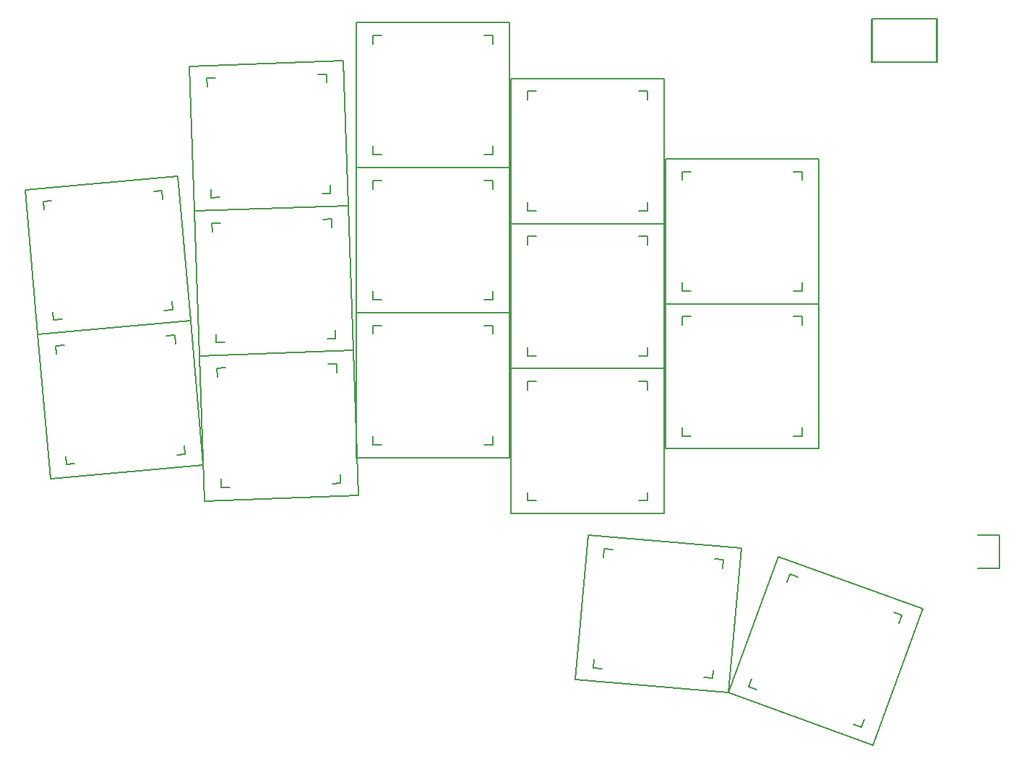
<source format=gbr>
%TF.GenerationSoftware,KiCad,Pcbnew,(6.0.4)*%
%TF.CreationDate,2022-06-21T01:29:20+02:00*%
%TF.ProjectId,battoota,62617474-6f6f-4746-912e-6b696361645f,v1.0.0*%
%TF.SameCoordinates,Original*%
%TF.FileFunction,OtherDrawing,Comment*%
%FSLAX46Y46*%
G04 Gerber Fmt 4.6, Leading zero omitted, Abs format (unit mm)*
G04 Created by KiCad (PCBNEW (6.0.4)) date 2022-06-21 01:29:20*
%MOMM*%
%LPD*%
G01*
G04 APERTURE LIST*
%ADD10C,0.150000*%
G04 APERTURE END LIST*
D10*
%TO.C,T1*%
X162854000Y57740000D02*
X160354000Y57740000D01*
X160354000Y61640000D02*
X162854000Y61640000D01*
X162854000Y61640000D02*
X162854000Y57740000D01*
%TO.C,S11*%
X84475058Y102706398D02*
X84509957Y101707008D01*
X84021364Y115698479D02*
X84056264Y114699088D01*
X83510566Y101672108D02*
X84509957Y101707008D01*
X84021364Y115698479D02*
X83021973Y115663580D01*
X70518486Y101218415D02*
X71517877Y101253314D01*
X71029284Y115244784D02*
X70029893Y115209885D01*
X86561088Y100277720D02*
X68572053Y99649530D01*
X68572054Y99649529D02*
X67978762Y116639173D01*
X84021363Y115698479D02*
X84056264Y114699087D01*
X84021363Y115698479D02*
X83021974Y115663579D01*
X70518487Y101218414D02*
X70483586Y102217806D01*
X70064792Y114210495D02*
X70029893Y115209886D01*
X85967797Y117267364D02*
X86561088Y100277720D01*
X67978762Y116639173D02*
X85967796Y117267364D01*
X85967796Y117267364D02*
X86561088Y100277720D01*
X70518487Y101218414D02*
X71517877Y101253313D01*
X71029284Y115244786D02*
X70029893Y115209886D01*
X83510566Y101672108D02*
X84509957Y101707008D01*
X70518486Y101218415D02*
X70483586Y102217806D01*
X70064792Y114210494D02*
X70029893Y115209885D01*
X86561088Y100277720D02*
X68572054Y99649529D01*
X68572053Y99649530D02*
X67978762Y116639174D01*
X84475058Y102706399D02*
X84509957Y101707008D01*
X67978762Y116639174D02*
X85967797Y117267364D01*
%TO.C,S15*%
X103495816Y103246989D02*
X102495817Y103246988D01*
X105495816Y104746989D02*
X105495817Y87746989D01*
X87495817Y87746989D02*
X87495817Y104746989D01*
X105495817Y87746989D02*
X87495817Y87746989D01*
X103495817Y90246988D02*
X103495817Y89246989D01*
X89495818Y89246988D02*
X90495817Y89246988D01*
X89495818Y89246988D02*
X89495817Y90246989D01*
X102495817Y89246989D02*
X103495817Y89246989D01*
X89495817Y102246988D02*
X89495817Y103246988D01*
X87495817Y104746988D02*
X105495816Y104746989D01*
X87495818Y87746988D02*
X87495817Y104746988D01*
X89495817Y89246989D02*
X90495817Y89246989D01*
X90495817Y103246989D02*
X89495817Y103246989D01*
X89495817Y89246989D02*
X89495817Y90246989D01*
X89495817Y102246989D02*
X89495817Y103246989D01*
X103495817Y103246989D02*
X102495817Y103246989D01*
X105495817Y104746989D02*
X105495817Y87746989D01*
X103495817Y103246989D02*
X103495817Y102246989D01*
X103495817Y90246989D02*
X103495817Y89246989D01*
X87495817Y104746989D02*
X105495817Y104746989D01*
X90495817Y103246987D02*
X89495817Y103246988D01*
X102495817Y89246989D02*
X103495817Y89246989D01*
X105495817Y87746989D02*
X87495818Y87746988D01*
X103495816Y103246989D02*
X103495817Y102246988D01*
%TO.C,S21*%
X121611087Y83686017D02*
X121611087Y82686017D01*
X105611088Y81186016D02*
X105611087Y98186016D01*
X105611087Y81186017D02*
X105611087Y98186017D01*
X108611087Y96686017D02*
X107611087Y96686017D01*
X121611087Y96686017D02*
X120611087Y96686017D01*
X107611087Y82686017D02*
X107611087Y83686017D01*
X105611087Y98186016D02*
X123611086Y98186017D01*
X107611087Y95686016D02*
X107611087Y96686016D01*
X121611086Y96686017D02*
X121611087Y95686016D01*
X107611088Y82686016D02*
X107611087Y83686017D01*
X121611087Y83686016D02*
X121611087Y82686017D01*
X123611087Y81186017D02*
X105611087Y81186017D01*
X107611088Y82686016D02*
X108611087Y82686016D01*
X123611087Y81186017D02*
X105611088Y81186016D01*
X105611087Y98186017D02*
X123611087Y98186017D01*
X107611087Y95686017D02*
X107611087Y96686017D01*
X121611086Y96686017D02*
X120611087Y96686016D01*
X123611087Y98186017D02*
X123611087Y81186017D01*
X120611087Y82686017D02*
X121611087Y82686017D01*
X120611087Y82686017D02*
X121611087Y82686017D01*
X121611087Y96686017D02*
X121611087Y95686017D01*
X108611087Y96686015D02*
X107611087Y96686016D01*
X123611086Y98186017D02*
X123611087Y81186017D01*
X107611087Y82686017D02*
X108611087Y82686017D01*
%TO.C,S29*%
X125718281Y90278851D02*
X126718280Y90278851D01*
X138718280Y90278852D02*
X139718280Y90278852D01*
X123718280Y88778852D02*
X123718280Y105778852D01*
X126718280Y104278850D02*
X125718280Y104278851D01*
X139718280Y91278851D02*
X139718280Y90278852D01*
X141718280Y105778852D02*
X141718280Y88778852D01*
X141718279Y105778852D02*
X141718280Y88778852D01*
X138718280Y90278852D02*
X139718280Y90278852D01*
X139718280Y91278852D02*
X139718280Y90278852D01*
X139718280Y104278852D02*
X139718280Y103278852D01*
X125718280Y90278852D02*
X126718280Y90278852D01*
X139718279Y104278852D02*
X139718280Y103278851D01*
X139718280Y104278852D02*
X138718280Y104278852D01*
X125718280Y103278851D02*
X125718280Y104278851D01*
X141718280Y88778852D02*
X123718281Y88778851D01*
X125718280Y90278852D02*
X125718280Y91278852D01*
X139718279Y104278852D02*
X138718280Y104278851D01*
X123718280Y105778852D02*
X141718280Y105778852D01*
X123718280Y105778851D02*
X141718279Y105778852D01*
X125718281Y90278851D02*
X125718280Y91278852D01*
X125718280Y103278852D02*
X125718280Y104278852D01*
X141718280Y88778852D02*
X123718280Y88778852D01*
X123718281Y88778851D02*
X123718280Y105778851D01*
X126718280Y104278852D02*
X125718280Y104278852D01*
%TO.C,S33*%
X145743368Y39458762D02*
X146683060Y39116742D01*
X133527364Y43905024D02*
X133869384Y44844716D01*
X137973626Y56121028D02*
X138315646Y57060720D01*
X139255338Y56718700D02*
X138315646Y57060720D01*
X131134949Y43179524D02*
X136949290Y59154299D01*
X137973625Y56121027D02*
X138315645Y57060719D01*
X133527364Y43905022D02*
X133869384Y44844716D01*
X145743368Y39458762D02*
X146683060Y39116742D01*
X133527364Y43905022D02*
X134467056Y43563003D01*
X147025080Y40056434D02*
X146683060Y39116742D01*
X136949291Y59154300D02*
X153863758Y52997937D01*
X151471341Y52272439D02*
X151129322Y51332745D01*
X151471342Y52272438D02*
X151129322Y51332746D01*
X151471341Y52272439D02*
X150531649Y52614458D01*
X147025080Y40056433D02*
X146683060Y39116742D01*
X148049415Y37023162D02*
X131134949Y43179524D01*
X139255338Y56718698D02*
X138315645Y57060719D01*
X153863758Y52997937D02*
X148049415Y37023162D01*
X153863757Y52997937D02*
X148049415Y37023162D01*
X151471342Y52272438D02*
X150531650Y52614458D01*
X148049415Y37023162D02*
X131134948Y43179525D01*
X131134948Y43179525D02*
X136949291Y59154300D01*
X133527364Y43905024D02*
X134467056Y43563004D01*
X136949290Y59154299D02*
X153863757Y52997937D01*
%TO.C,S7*%
X71705071Y67239126D02*
X72704461Y67274025D01*
X71705070Y67239127D02*
X72704461Y67274026D01*
X85207947Y81719191D02*
X84208558Y81684291D01*
X87747672Y66298432D02*
X69758638Y65670241D01*
X87154381Y83288076D02*
X87747672Y66298432D01*
X85207948Y81719191D02*
X84208557Y81684292D01*
X84697150Y67692820D02*
X85696541Y67727720D01*
X71705070Y67239127D02*
X71670170Y68238518D01*
X85207947Y81719191D02*
X85242848Y80719799D01*
X71251376Y80231207D02*
X71216477Y81230598D01*
X85661642Y68727111D02*
X85696541Y67727720D01*
X69758637Y65670242D02*
X69165346Y82659886D01*
X85661642Y68727110D02*
X85696541Y67727720D01*
X71705071Y67239126D02*
X71670170Y68238518D01*
X87154380Y83288076D02*
X87747672Y66298432D01*
X72215868Y81265496D02*
X71216477Y81230597D01*
X69758638Y65670241D02*
X69165346Y82659885D01*
X87747672Y66298432D02*
X69758637Y65670242D01*
X84697150Y67692820D02*
X85696541Y67727720D01*
X85207948Y81719191D02*
X85242848Y80719800D01*
X69165346Y82659886D02*
X87154381Y83288076D01*
X72215868Y81265498D02*
X71216477Y81230598D01*
X71251376Y80231206D02*
X71216477Y81230597D01*
X69165346Y82659885D02*
X87154380Y83288076D01*
%TO.C,T2*%
X162854000Y57740000D02*
X160354000Y57740000D01*
X162854000Y61640000D02*
X162854000Y57740000D01*
X160354000Y61640000D02*
X162854000Y61640000D01*
%TO.C,S5*%
X50195005Y85191297D02*
X48713356Y102126607D01*
X52056659Y86859902D02*
X51969504Y87856097D01*
X66644859Y103695412D02*
X68126508Y86760102D01*
X52056660Y86859901D02*
X53052854Y86947057D01*
X65007190Y87992927D02*
X66003385Y88080082D01*
X52056659Y86859902D02*
X53052854Y86947058D01*
X51832674Y100893783D02*
X50836479Y100806628D01*
X68126508Y86760102D02*
X50195005Y85191297D01*
X64783205Y102026808D02*
X63787010Y101939652D01*
X64783204Y102026808D02*
X63787010Y101939651D01*
X64783205Y102026808D02*
X64870360Y101030613D01*
X52056660Y86859901D02*
X51969504Y87856097D01*
X65916229Y89076277D02*
X66003385Y88080082D01*
X48713356Y102126608D02*
X66644860Y103695412D01*
X48713356Y102126607D02*
X66644859Y103695412D01*
X51832674Y100893781D02*
X50836479Y100806627D01*
X64783204Y102026808D02*
X64870361Y101030612D01*
X65916229Y89076276D02*
X66003385Y88080082D01*
X68126508Y86760102D02*
X50195004Y85191298D01*
X50923635Y99810433D02*
X50836479Y100806628D01*
X65007190Y87992927D02*
X66003385Y88080082D01*
X50923635Y99810432D02*
X50836479Y100806627D01*
X66644860Y103695412D02*
X68126508Y86760102D01*
X50195004Y85191298D02*
X48713356Y102126608D01*
%TO.C,S27*%
X123718280Y88778851D02*
X141718279Y88778852D01*
X139718280Y87278852D02*
X138718280Y87278852D01*
X139718280Y74278851D02*
X139718280Y73278852D01*
X139718279Y87278852D02*
X139718280Y86278851D01*
X123718280Y88778852D02*
X141718280Y88778852D01*
X138718280Y73278852D02*
X139718280Y73278852D01*
X125718280Y86278852D02*
X125718280Y87278852D01*
X125718281Y73278851D02*
X125718280Y74278852D01*
X125718281Y73278851D02*
X126718280Y73278851D01*
X126718280Y87278852D02*
X125718280Y87278852D01*
X141718280Y71778852D02*
X123718280Y71778852D01*
X139718280Y87278852D02*
X139718280Y86278852D01*
X141718280Y88778852D02*
X141718280Y71778852D01*
X125718280Y86278851D02*
X125718280Y87278851D01*
X123718281Y71778851D02*
X123718280Y88778851D01*
X139718280Y74278852D02*
X139718280Y73278852D01*
X141718279Y88778852D02*
X141718280Y71778852D01*
X125718280Y73278852D02*
X126718280Y73278852D01*
X141718280Y71778852D02*
X123718281Y71778851D01*
X125718280Y73278852D02*
X125718280Y74278852D01*
X138718280Y73278852D02*
X139718280Y73278852D01*
X139718279Y87278852D02*
X138718280Y87278851D01*
X123718280Y71778852D02*
X123718280Y88778852D01*
X126718280Y87278850D02*
X125718280Y87278851D01*
%TO.C,S9*%
X87154380Y83288076D02*
X69165345Y82659886D01*
X71111779Y84228770D02*
X71076878Y85228162D01*
X71622576Y98255140D02*
X70623185Y98220241D01*
X84614656Y98708835D02*
X84649556Y97709444D01*
X84614655Y98708835D02*
X84649556Y97709443D01*
X68572054Y99649530D02*
X86561089Y100277720D01*
X71111778Y84228771D02*
X71076878Y85228162D01*
X86561088Y100277720D02*
X87154380Y83288076D01*
X71111779Y84228770D02*
X72111169Y84263669D01*
X84103858Y84682464D02*
X85103249Y84717364D01*
X84614656Y98708835D02*
X83615265Y98673936D01*
X86561089Y100277720D02*
X87154380Y83288076D01*
X85068350Y85716755D02*
X85103249Y84717364D01*
X70658084Y97220850D02*
X70623185Y98220241D01*
X84103858Y84682464D02*
X85103249Y84717364D01*
X84614655Y98708835D02*
X83615266Y98673935D01*
X70658084Y97220851D02*
X70623185Y98220242D01*
X69165345Y82659886D02*
X68572054Y99649530D01*
X87154380Y83288076D02*
X69165346Y82659885D01*
X71111778Y84228771D02*
X72111169Y84263670D01*
X68572054Y99649529D02*
X86561088Y100277720D01*
X71622576Y98255142D02*
X70623185Y98220242D01*
X85068350Y85716754D02*
X85103249Y84717364D01*
X69165346Y82659885D02*
X68572054Y99649529D01*
%TO.C,S13*%
X87495817Y70746989D02*
X87495817Y87746989D01*
X87495818Y70746988D02*
X87495817Y87746988D01*
X103495816Y86246989D02*
X103495817Y85246988D01*
X89495817Y85246989D02*
X89495817Y86246989D01*
X105495817Y70746989D02*
X87495818Y70746988D01*
X90495817Y86246987D02*
X89495817Y86246988D01*
X102495817Y72246989D02*
X103495817Y72246989D01*
X105495816Y87746989D02*
X105495817Y70746989D01*
X89495817Y72246989D02*
X90495817Y72246989D01*
X89495817Y72246989D02*
X89495817Y73246989D01*
X105495817Y87746989D02*
X105495817Y70746989D01*
X89495818Y72246988D02*
X90495817Y72246988D01*
X103495816Y86246989D02*
X102495817Y86246988D01*
X102495817Y72246989D02*
X103495817Y72246989D01*
X89495817Y85246988D02*
X89495817Y86246988D01*
X103495817Y86246989D02*
X102495817Y86246989D01*
X105495817Y70746989D02*
X87495817Y70746989D01*
X103495817Y86246989D02*
X103495817Y85246989D01*
X103495817Y73246988D02*
X103495817Y72246989D01*
X87495817Y87746988D02*
X105495816Y87746989D01*
X87495817Y87746989D02*
X105495817Y87746989D01*
X89495818Y72246988D02*
X89495817Y73246989D01*
X90495817Y86246989D02*
X89495817Y86246989D01*
X103495817Y73246989D02*
X103495817Y72246989D01*
%TO.C,S17*%
X105495818Y104746989D02*
X87495819Y104746988D01*
X103495818Y107246988D02*
X103495818Y106246989D01*
X103495818Y120246989D02*
X103495818Y119246989D01*
X105495818Y121746989D02*
X105495818Y104746989D01*
X90495818Y120246987D02*
X89495818Y120246988D01*
X87495819Y104746988D02*
X87495818Y121746988D01*
X87495818Y121746989D02*
X105495818Y121746989D01*
X102495818Y106246989D02*
X103495818Y106246989D01*
X103495817Y120246989D02*
X103495818Y119246988D01*
X103495818Y120246989D02*
X102495818Y120246989D01*
X102495818Y106246989D02*
X103495818Y106246989D01*
X89495818Y106246989D02*
X89495818Y107246989D01*
X105495817Y121746989D02*
X105495818Y104746989D01*
X103495817Y120246989D02*
X102495818Y120246988D01*
X90495818Y120246989D02*
X89495818Y120246989D01*
X103495818Y107246989D02*
X103495818Y106246989D01*
X87495818Y121746988D02*
X105495817Y121746989D01*
X89495818Y119246988D02*
X89495818Y120246988D01*
X89495818Y106246989D02*
X90495818Y106246989D01*
X105495818Y104746989D02*
X87495818Y104746989D01*
X89495818Y119246989D02*
X89495818Y120246989D01*
X89495819Y106246988D02*
X89495818Y107246989D01*
X87495818Y104746989D02*
X87495818Y121746989D01*
X89495819Y106246988D02*
X90495818Y106246988D01*
%TO.C,S31*%
X129360448Y45844324D02*
X129273293Y44848129D01*
X115326568Y46068308D02*
X116322762Y45981153D01*
X114685091Y61683638D02*
X132616595Y60114835D01*
X130493473Y58794855D02*
X130406317Y57798660D01*
X130493472Y58794855D02*
X130406317Y57798659D01*
X113203445Y44748328D02*
X114685091Y61683638D01*
X130493472Y58794855D02*
X129497278Y58882009D01*
X130493473Y58794855D02*
X129497278Y58882010D01*
X132616596Y60114835D02*
X131134948Y43179525D01*
X128277098Y44935285D02*
X129273293Y44848129D01*
X128277098Y44935285D02*
X129273293Y44848129D01*
X132616595Y60114835D02*
X131134948Y43179525D01*
X115326567Y46068309D02*
X115413723Y47064504D01*
X115326568Y46068308D02*
X115413723Y47064504D01*
X113203444Y44748329D02*
X114685092Y61683639D01*
X117542942Y59927879D02*
X116546747Y60015035D01*
X115326567Y46068309D02*
X116322762Y45981154D01*
X129360448Y45844323D02*
X129273293Y44848129D01*
X117542942Y59927877D02*
X116546747Y60015034D01*
X114685092Y61683639D02*
X132616596Y60114835D01*
X131134948Y43179525D02*
X113203444Y44748329D01*
X116459591Y59018839D02*
X116546747Y60015034D01*
X131134948Y43179525D02*
X113203445Y44748328D01*
X116459592Y59018840D02*
X116546747Y60015035D01*
%TO.C,MCU1*%
X147955000Y117137254D02*
X147955000Y122217254D01*
X147916477Y117137254D02*
X147916477Y122217254D01*
X155536477Y117137254D02*
X147916477Y117137254D01*
X147955000Y122217254D02*
X155575000Y122217254D01*
X155575000Y122217254D02*
X155575000Y117137254D01*
X155575000Y117137254D02*
X147955000Y117137254D01*
X155536477Y122217254D02*
X155536477Y117137254D01*
%TO.C,S3*%
X53538306Y69924590D02*
X54534501Y70011746D01*
X66264852Y85091496D02*
X65268657Y85004340D01*
X69608155Y69824790D02*
X51676652Y68255985D01*
X68126506Y86760100D02*
X69608155Y69824790D01*
X53314321Y83958469D02*
X52318126Y83871315D01*
X66264852Y85091496D02*
X66352007Y84095301D01*
X50195003Y85191296D02*
X68126507Y86760100D01*
X53538307Y69924589D02*
X53451151Y70920785D01*
X66488837Y71057615D02*
X67485032Y71144770D01*
X68126507Y86760100D02*
X69608155Y69824790D01*
X51676652Y68255985D02*
X50195003Y85191295D01*
X67397876Y72140965D02*
X67485032Y71144770D01*
X52405282Y82875120D02*
X52318126Y83871315D01*
X69608155Y69824790D02*
X51676651Y68255986D01*
X51676651Y68255986D02*
X50195003Y85191296D01*
X66488837Y71057615D02*
X67485032Y71144770D01*
X52405282Y82875121D02*
X52318126Y83871316D01*
X53538306Y69924590D02*
X53451151Y70920785D01*
X53538307Y69924589D02*
X54534501Y70011745D01*
X66264851Y85091496D02*
X66352008Y84095300D01*
X53314321Y83958471D02*
X52318126Y83871316D01*
X50195003Y85191295D02*
X68126506Y86760100D01*
X67397876Y72140964D02*
X67485032Y71144770D01*
X66264851Y85091496D02*
X65268657Y85004339D01*
%TO.C,S23*%
X107611087Y99686017D02*
X108611087Y99686017D01*
X121611087Y113686017D02*
X121611087Y112686017D01*
X107611087Y112686017D02*
X107611087Y113686017D01*
X107611087Y99686017D02*
X107611087Y100686017D01*
X105611088Y98186016D02*
X105611087Y115186016D01*
X123611087Y98186017D02*
X105611087Y98186017D01*
X107611087Y112686016D02*
X107611087Y113686016D01*
X107611088Y99686016D02*
X107611087Y100686017D01*
X121611087Y100686017D02*
X121611087Y99686017D01*
X123611087Y115186017D02*
X123611087Y98186017D01*
X105611087Y115186017D02*
X123611087Y115186017D01*
X107611088Y99686016D02*
X108611087Y99686016D01*
X120611087Y99686017D02*
X121611087Y99686017D01*
X121611087Y100686016D02*
X121611087Y99686017D01*
X121611087Y113686017D02*
X120611087Y113686017D01*
X105611087Y98186017D02*
X105611087Y115186017D01*
X123611087Y98186017D02*
X105611088Y98186016D01*
X121611086Y113686017D02*
X120611087Y113686016D01*
X105611087Y115186016D02*
X123611086Y115186017D01*
X108611087Y113686015D02*
X107611087Y113686016D01*
X123611086Y115186017D02*
X123611087Y98186017D01*
X120611087Y99686017D02*
X121611087Y99686017D01*
X121611086Y113686017D02*
X121611087Y112686016D01*
X108611087Y113686017D02*
X107611087Y113686017D01*
%TO.C,S19*%
X121611086Y79686017D02*
X120611087Y79686016D01*
X120611087Y65686017D02*
X121611087Y65686017D01*
X123611087Y81186017D02*
X123611087Y64186017D01*
X121611087Y79686017D02*
X120611087Y79686017D01*
X107611087Y78686017D02*
X107611087Y79686017D01*
X121611087Y66686016D02*
X121611087Y65686017D01*
X123611087Y64186017D02*
X105611087Y64186017D01*
X121611087Y79686017D02*
X121611087Y78686017D01*
X123611086Y81186017D02*
X123611087Y64186017D01*
X121611086Y79686017D02*
X121611087Y78686016D01*
X107611088Y65686016D02*
X108611087Y65686016D01*
X107611087Y65686017D02*
X107611087Y66686017D01*
X108611087Y79686017D02*
X107611087Y79686017D01*
X107611088Y65686016D02*
X107611087Y66686017D01*
X105611088Y64186016D02*
X105611087Y81186016D01*
X105611087Y81186016D02*
X123611086Y81186017D01*
X121611087Y66686017D02*
X121611087Y65686017D01*
X105611087Y64186017D02*
X105611087Y81186017D01*
X105611087Y81186017D02*
X123611087Y81186017D01*
X107611087Y65686017D02*
X108611087Y65686017D01*
X123611087Y64186017D02*
X105611088Y64186016D01*
X120611087Y65686017D02*
X121611087Y65686017D01*
X108611087Y79686015D02*
X107611087Y79686016D01*
X107611087Y78686016D02*
X107611087Y79686016D01*
%TD*%
M02*

</source>
